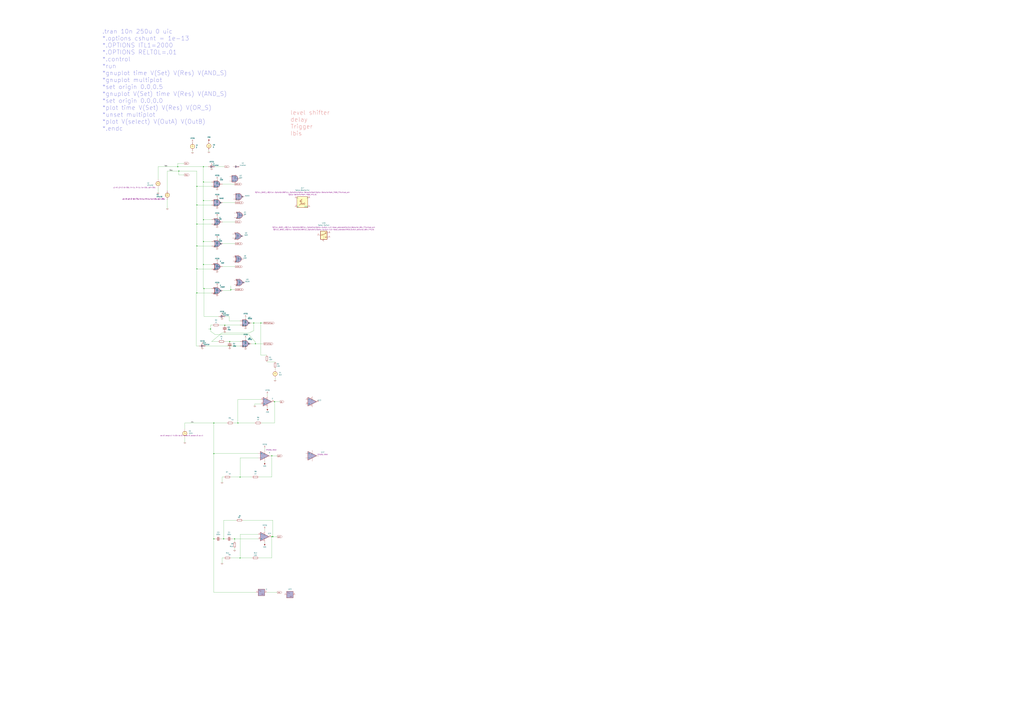
<source format=kicad_sch>
(kicad_sch (version 20230121) (generator eeschema)
  (paper "A0")
  (junction (at 228.6 216.535))
  (junction (at 267.97 336.55))
  (junction (at 236.22 211.455))
  (junction (at 228.6 238.125))
  (junction (at 266.7 396.875))
  (junction (at 248.285 491.49))
  (junction (at 316.865 623.57))
  (junction (at 244.475 382.27))
  (junction (at 236.22 280.67))
  (junction (at 296.545 399.415))
  (junction (at 228.6 285.75))
  (junction (at 236.22 233.045))
  (junction (at 318.77 466.725))
  (junction (at 206.375 193.675))
  (junction (at 315.595 529.59))
  (junction (at 278.765 648.335))
  (junction (at 248.285 527.05))
  (junction (at 207.645 198.755))
  (junction (at 236.22 193.675))
  (junction (at 276.225 491.49))
  (junction (at 315.595 623.57))
  (junction (at 272.415 626.11))
  (junction (at 302.895 375.285))
  (junction (at 278.765 554.355))
  (junction (at 228.6 312.42))
  (junction (at 228.6 340.36))
  (junction (at 260.985 377.825))
  (junction (at 236.855 335.28))
  (junction (at 294.64 375.285))
  (junction (at 236.22 307.34))
  (junction (at 259.715 626.11))
  (junction (at 248.285 626.11))
  (junction (at 228.6 260.35))
  (junction (at 236.22 255.27))
  (wire (pts (xy 249.555 388.62) (xy 288.925 388.62)))
  (wire (pts (xy 236.22 193.675) (xy 241.935 193.675)))
  (wire (pts (xy 307.34 614.68) (xy 307.34 617.22)))
  (wire (pts (xy 194.31 198.755) (xy 194.31 221.615)))
  (wire (pts (xy 278.765 621.03) (xy 278.765 648.335)))
  (wire (pts (xy 302.895 375.285) (xy 306.07 375.285)))
  (wire (pts (xy 278.765 621.03) (xy 299.72 621.03)))
  (wire (pts (xy 245.745 233.045) (xy 236.22 233.045)))
  (wire (pts (xy 245.745 194.945) (xy 245.745 196.215)))
  (wire (pts (xy 252.095 240.665) (xy 252.095 241.3)))
  (wire (pts (xy 262.255 626.11) (xy 259.715 626.11)))
  (wire (pts (xy 252.095 288.29) (xy 252.095 288.925)))
  (wire (pts (xy 234.95 403.225) (xy 234.95 404.495)))
  (wire (pts (xy 214.63 491.49) (xy 214.63 498.475)))
  (wire (pts (xy 300.355 648.335) (xy 315.595 648.335)))
  (wire (pts (xy 214.63 508.635) (xy 214.63 514.35)))
  (wire (pts (xy 236.22 280.67) (xy 236.22 307.34)))
  (wire (pts (xy 272.415 636.905) (xy 272.415 639.445)))
  (wire (pts (xy 314.96 623.57) (xy 315.595 623.57)))
  (wire (pts (xy 272.415 626.11) (xy 269.875 626.11)))
  (wire (pts (xy 266.065 372.745) (xy 278.765 372.745)))
  (wire (pts (xy 244.475 377.825) (xy 244.475 382.27)))
  (wire (pts (xy 252.095 262.89) (xy 252.095 263.525)))
  (wire (pts (xy 258.445 257.81) (xy 273.05 257.81)))
  (wire (pts (xy 319.405 439.42) (xy 319.405 441.96)))
  (wire (pts (xy 244.475 382.27) (xy 244.475 384.81)))
  (wire (pts (xy 296.545 399.415) (xy 306.07 399.415)))
  (wire (pts (xy 274.32 604.52) (xy 259.715 604.52)))
  (wire (pts (xy 206.375 193.675) (xy 236.22 193.675)))
  (wire (pts (xy 302.895 469.265) (xy 295.91 469.265)))
  (wire (pts (xy 257.81 648.335) (xy 257.81 654.685)))
  (wire (pts (xy 315.595 623.57) (xy 316.865 623.57)))
  (wire (pts (xy 291.465 375.285) (xy 294.64 375.285)))
  (wire (pts (xy 278.765 554.355) (xy 292.735 554.355)))
  (wire (pts (xy 276.225 464.185) (xy 276.225 491.49)))
  (wire (pts (xy 245.745 307.34) (xy 236.22 307.34)))
  (wire (pts (xy 258.445 213.995) (xy 272.415 213.995)))
  (wire (pts (xy 267.97 332.105) (xy 267.97 336.55)))
  (wire (pts (xy 278.765 532.13) (xy 278.765 554.355)))
  (wire (pts (xy 316.865 604.52) (xy 316.865 623.57)))
  (wire (pts (xy 252.095 304.165) (xy 252.095 304.8)))
  (wire (pts (xy 236.22 255.27) (xy 236.22 233.045)))
  (wire (pts (xy 245.745 312.42) (xy 228.6 312.42)))
  (wire (pts (xy 249.555 193.675) (xy 260.985 193.675)))
  (wire (pts (xy 228.6 216.535) (xy 228.6 198.755)))
  (wire (pts (xy 252.095 229.87) (xy 252.095 230.505)))
  (wire (pts (xy 310.515 457.835) (xy 310.515 460.375)))
  (wire (pts (xy 244.475 377.825) (xy 247.015 377.825)))
  (wire (pts (xy 228.6 285.75) (xy 245.745 285.75)))
  (wire (pts (xy 309.88 420.37) (xy 319.405 420.37)))
  (wire (pts (xy 254.635 377.825) (xy 260.985 377.825)))
  (wire (pts (xy 194.31 198.755) (xy 207.645 198.755)))
  (wire (pts (xy 276.225 491.49) (xy 295.91 491.49)))
  (wire (pts (xy 258.445 309.88) (xy 273.05 309.88)))
  (wire (pts (xy 318.77 466.725) (xy 325.12 466.725)))
  (wire (pts (xy 295.91 469.265) (xy 295.91 471.805)))
  (wire (pts (xy 252.095 219.075) (xy 252.095 219.71)))
  (wire (pts (xy 289.56 386.715) (xy 294.64 384.175)))
  (wire (pts (xy 238.76 401.955) (xy 278.765 401.955)))
  (wire (pts (xy 245.745 340.36) (xy 228.6 340.36)))
  (wire (pts (xy 267.97 336.55) (xy 273.05 336.55)))
  (wire (pts (xy 310.515 473.075) (xy 310.515 474.345)))
  (wire (pts (xy 228.6 238.125) (xy 228.6 260.35)))
  (wire (pts (xy 299.72 532.13) (xy 278.765 532.13)))
  (wire (pts (xy 318.77 466.725) (xy 318.77 491.49)))
  (wire (pts (xy 206.375 189.865) (xy 213.995 189.865)))
  (wire (pts (xy 227.965 401.955) (xy 231.14 401.955)))
  (wire (pts (xy 252.095 208.28) (xy 252.095 208.915)))
  (wire (pts (xy 252.095 314.96) (xy 252.095 315.595)))
  (wire (pts (xy 252.095 276.86) (xy 252.095 278.13)))
  (wire (pts (xy 315.595 529.59) (xy 321.945 529.59)))
  (wire (pts (xy 309.88 688.34) (xy 321.945 688.34)))
  (wire (pts (xy 259.715 626.11) (xy 257.175 626.11)))
  (wire (pts (xy 245.745 396.875) (xy 253.365 396.875)))
  (wire (pts (xy 206.375 189.865) (xy 206.375 193.675)))
  (wire (pts (xy 271.145 491.49) (xy 276.225 491.49)))
  (wire (pts (xy 266.7 396.875) (xy 278.765 396.875)))
  (wire (pts (xy 285.115 393.065) (xy 285.115 394.335)))
  (wire (pts (xy 236.22 280.67) (xy 245.745 280.67)))
  (wire (pts (xy 249.555 626.11) (xy 248.285 626.11)))
  (wire (pts (xy 267.97 648.335) (xy 278.765 648.335)))
  (wire (pts (xy 291.465 399.415) (xy 296.545 399.415)))
  (wire (pts (xy 259.715 604.52) (xy 259.715 626.11)))
  (wire (pts (xy 260.985 377.825) (xy 278.765 377.825)))
  (wire (pts (xy 236.22 211.455) (xy 245.745 211.455)))
  (wire (pts (xy 252.095 332.105) (xy 252.095 332.74)))
  (wire (pts (xy 318.135 466.725) (xy 318.77 466.725)))
  (wire (pts (xy 236.22 255.27) (xy 236.22 280.67)))
  (wire (pts (xy 257.81 554.355) (xy 257.81 560.705)))
  (wire (pts (xy 257.81 368.935) (xy 257.81 370.205)))
  (wire (pts (xy 307.34 535.94) (xy 307.34 537.21)))
  (wire (pts (xy 236.22 193.675) (xy 236.22 211.455)))
  (wire (pts (xy 227.965 340.36) (xy 228.6 340.36)))
  (wire (pts (xy 236.855 335.28) (xy 236.22 335.28)))
  (wire (pts (xy 314.96 529.59) (xy 315.595 529.59)))
  (wire (pts (xy 183.515 193.675) (xy 206.375 193.675)))
  (wire (pts (xy 316.865 623.57) (xy 321.945 623.57)))
  (wire (pts (xy 248.285 688.34) (xy 248.285 626.11)))
  (wire (pts (xy 183.515 193.675) (xy 183.515 208.28)))
  (wire (pts (xy 285.115 368.935) (xy 285.115 370.205)))
  (wire (pts (xy 281.94 604.52) (xy 316.865 604.52)))
  (wire (pts (xy 294.64 384.175) (xy 294.64 375.285)))
  (wire (pts (xy 257.81 386.715) (xy 289.56 386.715)))
  (wire (pts (xy 261.62 367.665) (xy 266.065 367.665)))
  (wire (pts (xy 227.965 340.36) (xy 227.965 401.955)))
  (wire (pts (xy 245.745 255.27) (xy 236.22 255.27)))
  (wire (pts (xy 297.18 688.34) (xy 248.285 688.34)))
  (wire (pts (xy 260.35 554.355) (xy 257.81 554.355)))
  (wire (pts (xy 248.285 491.49) (xy 248.285 527.05)))
  (wire (pts (xy 294.64 375.285) (xy 302.895 375.285)))
  (wire (pts (xy 309.88 412.75) (xy 302.895 412.75)))
  (wire (pts (xy 296.545 397.51) (xy 288.925 388.62)))
  (wire (pts (xy 267.97 337.82) (xy 267.97 336.55)))
  (wire (pts (xy 258.445 337.82) (xy 267.97 337.82)))
  (wire (pts (xy 302.895 412.75) (xy 302.895 375.285)))
  (wire (pts (xy 236.855 367.665) (xy 254 367.665)))
  (wire (pts (xy 276.225 464.185) (xy 302.895 464.185)))
  (wire (pts (xy 228.6 260.35) (xy 228.6 285.75)))
  (wire (pts (xy 315.595 623.57) (xy 315.595 648.335)))
  (wire (pts (xy 315.595 529.59) (xy 315.595 554.355)))
  (wire (pts (xy 299.72 626.11) (xy 272.415 626.11)))
  (wire (pts (xy 303.53 491.49) (xy 318.77 491.49)))
  (wire (pts (xy 319.405 427.99) (xy 319.405 429.26)))
  (wire (pts (xy 194.31 231.775) (xy 194.31 242.57)))
  (wire (pts (xy 272.415 626.11) (xy 272.415 629.285)))
  (wire (pts (xy 228.6 216.535) (xy 245.745 216.535)))
  (wire (pts (xy 245.745 238.125) (xy 228.6 238.125)))
  (wire (pts (xy 248.285 527.05) (xy 299.72 527.05)))
  (wire (pts (xy 248.285 527.05) (xy 248.285 626.11)))
  (wire (pts (xy 249.555 388.62) (xy 244.475 384.81)))
  (wire (pts (xy 307.34 520.7) (xy 307.34 523.24)))
  (wire (pts (xy 207.645 198.755) (xy 228.6 198.755)))
  (wire (pts (xy 236.22 307.34) (xy 236.22 335.28)))
  (wire (pts (xy 228.6 285.75) (xy 228.6 312.42)))
  (wire (pts (xy 228.6 238.125) (xy 228.6 216.535)))
  (wire (pts (xy 248.285 491.49) (xy 263.525 491.49)))
  (wire (pts (xy 245.745 335.28) (xy 236.855 335.28)))
  (wire (pts (xy 236.855 335.28) (xy 236.855 367.665)))
  (wire (pts (xy 241.935 382.27) (xy 244.475 382.27)))
  (wire (pts (xy 267.97 554.355) (xy 278.765 554.355)))
  (wire (pts (xy 278.765 648.335) (xy 292.735 648.335)))
  (wire (pts (xy 213.995 203.2) (xy 207.645 203.2)))
  (wire (pts (xy 285.115 404.495) (xy 285.115 405.13)))
  (wire (pts (xy 252.095 251.46) (xy 252.095 252.73)))
  (wire (pts (xy 245.745 260.35) (xy 228.6 260.35)))
  (wire (pts (xy 266.065 367.665) (xy 266.065 372.745)))
  (wire (pts (xy 307.34 629.92) (xy 307.34 631.19)))
  (wire (pts (xy 242.57 176.53) (xy 242.57 174.625)))
  (wire (pts (xy 296.545 397.51) (xy 296.545 399.415)))
  (wire (pts (xy 207.645 203.2) (xy 207.645 198.755)))
  (wire (pts (xy 258.445 283.21) (xy 273.05 283.21)))
  (wire (pts (xy 214.63 491.49) (xy 248.285 491.49)))
  (wire (pts (xy 300.355 554.355) (xy 315.595 554.355)))
  (wire (pts (xy 260.35 648.335) (xy 257.81 648.335)))
  (wire (pts (xy 223.52 177.165) (xy 223.52 175.26)))
  (wire (pts (xy 285.115 380.365) (xy 285.115 381)))
  (wire (pts (xy 228.6 312.42) (xy 228.6 340.36)))
  (wire (pts (xy 236.22 233.045) (xy 236.22 211.455)))
  (wire (pts (xy 258.445 235.585) (xy 273.05 235.585)))
  (wire (pts (xy 260.985 396.875) (xy 266.7 396.875)))
  (wire (pts (xy 245.745 396.875) (xy 257.81 386.715)))
  (wire (pts (xy 183.515 218.44) (xy 183.515 224.155)))
  (text ".tran 10n 250u 0 uic\n*.options cshunt = 1e-13\n*.OPTIONS ITL1=2000\n*.OPTIONS RELTOL=.01\n*.control\n*run\n*gnuplot time V(Set) V(Res) V(AND_S)\n*gnuplot multiplot\n*set origin 0.0,0.5\n*gnuplot V(Set) time V(Res) V(AND_S)\n*set origin 0.0,0.0\n*plot time V(Set) V(Res) V(OR_S)\n*unset multiplot\n*plot V(select) V(OutA) V(OutB)\n*.endc" (at 118.745 152.4 0) (effects (font (size 5.0038 5.0038)) (justify left bottom)))
  (text "level shifter\ndelay\nTrigger\nIbis" (at 337.185 158.115 0) (effects (font (size 5 5)) (justify left bottom)))
  (label "Set" (at 191.135 193.675 0))
  (label "Vin" (at 221.615 491.49 0))
  (label "Res" (at 196.85 198.755 0))
  (global_label "XNOR_S" (shape output) (at 273.05 336.55 0) (property "Intersheetrefs" "${INTERSHEET_REFS}" (effects hide)))
  (global_label "gs" (shape output) (at 325.12 466.725 0) (property "Intersheetrefs" "${INTERSHEET_REFS}" (effects hide)))
  (global_label "XOR_S" (shape output) (at 273.05 309.88 0) (property "Intersheetrefs" "${INTERSHEET_REFS}" (effects hide)))
  (global_label "gs2" (shape output) (at 321.945 529.59 0) (property "Intersheetrefs" "${INTERSHEET_REFS}" (effects hide)))
  (global_label "gs3" (shape output) (at 321.945 623.57 0) (property "Intersheetrefs" "${INTERSHEET_REFS}" (effects hide)))
  (global_label "QFlipflop" (shape output) (at 306.07 399.415 0) (property "Intersheetrefs" "${INTERSHEET_REFS}" (effects hide)))
  (global_label "Res" (shape output) (at 213.995 203.2 0) (property "Intersheetrefs" "${INTERSHEET_REFS}" (effects hide)))
  (global_label "AND_S" (shape output) (at 272.415 213.995 0) (property "Intersheetrefs" "${INTERSHEET_REFS}" (effects hide)))
  (global_label "NOR_S" (shape output) (at 273.05 283.21 0) (property "Intersheetrefs" "${INTERSHEET_REFS}" (effects hide)))
  (global_label "Set" (shape output) (at 213.995 189.865 0) (property "Intersheetrefs" "${INTERSHEET_REFS}" (effects hide)))
  (global_label "OR_S" (shape output) (at 273.05 257.81 0) (property "Intersheetrefs" "${INTERSHEET_REFS}" (effects hide)))
  (global_label "RSFlipFlop" (shape output) (at 306.07 375.285 0) (property "Intersheetrefs" "${INTERSHEET_REFS}" (effects hide)))
  (global_label "rec" (shape output) (at 321.945 688.34 0) (property "Intersheetrefs" "${INTERSHEET_REFS}" (effects hide)))
  (global_label "Inv" (shape output) (at 260.985 193.675 0) (property "Intersheetrefs" "${INTERSHEET_REFS}" (effects hide)))
  (global_label "NAND_S" (shape output) (at 273.05 235.585 0) (property "Intersheetrefs" "${INTERSHEET_REFS}" (effects hide)))
  (symbol (lib_id "Switch_Behavior_003_TFN-rescue:0-pspice") (at 252.095 241.3 0) (unit 1)
    (property "Reference" "#GND05" (effects hide))
    (property "Value" "0" (effects hide))
  )
  (symbol (lib_id "Switch_Behavior_003_TFN-rescue:0-pspice") (at 260.985 385.445 0) (unit 1)
    (property "Reference" "#GND017" (effects hide))
    (property "Value" "0" (effects hide))
  )
  (symbol (lib_id "Simulation_SPICE:VDC") (at 223.52 170.18 0) (unit 1)
    (property "Reference" "V1" (at 227.33 168.7802 0) (effects (justify left)))
    (property "Value" "3" (at 227.33 171.3202 0) (effects (justify left)))
    (property "Sim.Pins" "1=+ 2=-" (effects hide))
    (property "Sim.Type" "DC" (effects hide))
    (property "Sim.Device" "V" (effects hide))
  )
  (symbol (lib_id "Device:R") (at 264.16 554.355 90) (unit 1)
    (property "Reference" "R7" (at 262.255 548.64 90) (effects (justify right)))
    (property "Value" "1K" (at 265.43 550.545 90) (effects (justify right)))
  )
  (symbol (lib_id "Device:R") (at 296.545 648.335 90) (unit 1)
    (property "Reference" "R12" (at 296.545 642.62 90))
    (property "Value" "10K" (at 296.545 645.16 90))
  )
  (symbol (lib_id "Device:R") (at 296.545 554.355 90) (unit 1)
    (property "Reference" "R8" (at 296.545 548.005 90))
    (property "Value" "1K" (at 296.545 550.545 90))
  )
  (symbol (lib_id "Simulation_SPICE:VDC") (at 242.57 169.545 180) (unit 1)
    (property "Reference" "V9" (at 247.015 168.4048 0) (effects (justify right)))
    (property "Value" "3" (at 247.015 170.9448 0) (effects (justify right)))
    (property "Sim.Pins" "1=+ 2=-" (effects hide))
    (property "Sim.Type" "DC" (effects hide))
    (property "Sim.Device" "V" (effects hide))
  )
  (symbol (lib_id "Device:R") (at 299.72 491.49 90) (unit 1)
    (property "Reference" "R6" (at 299.72 485.14 90))
    (property "Value" "1K" (at 299.72 487.68 90))
  )
  (symbol (lib_id "power:VCCQ") (at 252.095 276.86 0) (unit 1)
    (property "Reference" "#PWR010" (effects hide))
    (property "Value" "VCCQ" (at 252.095 273.05 0))
  )
  (symbol (lib_name "74LS86_4") (lib_id "74xx:74LS86") (at 252.095 337.82 0) (unit 1)
    (property "Reference" "U" (at 255.905 331.47 0))
    (property "Value" "XNOR" (at 258.4041 333.5023 0))
    (property "Sim.Library" "D:\\0000_ProSync\\999-Activetronics_Resources\\Activetronics_Kicad_lib\\Activetronics_lib\\Activetronics_spice\\A-SIM_BASE_PLL_4046Activetronics\\05-D-Flip-Flop\\MOD_NXOR_Activetronics_001_TFN.lib" (effects hide))
    (property "Sim.Name" "XNOR_GATE" (effects hide))
    (property "Sim.Device" "SUBCKT" (effects hide))
    (property "Sim.Pins" "1=VCC 2=G 3=A 4=B 5=S" (effects hide))
  )
  (symbol (lib_id "Device:R") (at 319.405 424.18 0) (unit 1)
    (property "Reference" "R2" (at 321.31 422.91 0) (effects (justify left)))
    (property "Value" "10K" (at 321.31 425.45 0) (effects (justify left)))
  )
  (symbol (lib_id "Simulation_SPICE:VPULSE") (at 194.31 226.695 0) (unit 1)
    (property "Reference" "V3" (at 181.61 226.06 0) (effects (justify left)))
    (property "Value" "VPULSE" (at 181.61 228.6 0) (effects (justify left)))
    (property "Sim.Pins" "1=+ 2=-" (effects hide))
    (property "Sim.Type" "PULSE" (effects hide))
    (property "Sim.Device" "V" (effects hide))
    (property "Sim.Params" "y1=0 y2=3 td=75u tr=1u tf=1u tw=10u per=30u" (at 142.24 231.14 0) (effects (justify left)))
  )
  (symbol (lib_id "Device:C") (at 266.065 626.11 90) (unit 1)
    (property "Reference" "C4" (at 266.065 618.49 90))
    (property "Value" "100n" (at 266.065 621.03 90))
  )
  (symbol (lib_name "OPAMP_3") (lib_id "Simulation_SPICE:OPAMP") (at 310.515 466.725 0) (unit 1)
    (property "Reference" "U" (at 316.23 462.915 0))
    (property "Value" "${SIM.PARAMS}" (effects hide))
    (property "Sim.Library" "MOD_AmpOp_Ideal_Activetronics_004_TFN.lib" (effects hide))
    (property "Sim.Name" "AmpOp_Ideal" (effects hide))
    (property "Sim.Device" "SUBCKT" (effects hide))
    (property "Sim.Pins" "1=VCC 2=G 3=P 4=M 5=S" (effects hide))
  )
  (symbol (lib_id "power:VCCQ") (at 245.745 192.405 0) (unit 1)
    (property "Reference" "#PWR02" (effects hide))
    (property "Value" "VCCQ" (at 245.745 187.96 0))
  )
  (symbol (lib_id "power:VCCQ") (at 310.515 457.835 0) (unit 1)
    (property "Reference" "#PWR013" (effects hide))
    (property "Value" "VCCQ" (at 310.515 453.39 0))
  )
  (symbol (lib_id "power:VSS") (at 242.57 164.465 0) (unit 1)
    (property "Reference" "#PWR015" (effects hide))
    (property "Value" "VSS" (at 242.57 159.385 0))
  )
  (symbol (lib_name "74LS86_1") (lib_id "74xx:74LS86") (at 252.095 309.88 0) (unit 1)
    (property "Reference" "U" (at 255.905 303.53 0))
    (property "Value" "XOR" (at 258.4041 305.5623 0))
    (property "Sim.Library" "MOD_XOR_Activetronics_002_TFN.lib" (effects hide))
    (property "Sim.Name" "XOR_GATE" (effects hide))
    (property "Sim.Device" "SUBCKT" (effects hide))
    (property "Sim.Pins" "1=VCC 2=G 3=A 4=B 5=S" (effects hide))
  )
  (symbol (lib_id "power:VCCQ") (at 252.095 304.165 0) (unit 1)
    (property "Reference" "#PWR06" (effects hide))
    (property "Value" "VCCQ" (at 252.095 300.355 0))
  )
  (symbol (lib_id "Device:R") (at 264.16 648.335 90) (unit 1)
    (property "Reference" "R11" (at 262.255 642.62 90) (effects (justify right)))
    (property "Value" "6K" (at 265.43 644.525 90) (effects (justify right)))
  )
  (symbol (lib_id "power:VCCQ") (at 252.095 251.46 0) (unit 1)
    (property "Reference" "#PWR05" (effects hide))
    (property "Value" "VCCQ" (at 252.095 247.65 0))
  )
  (symbol (lib_id "Device:R") (at 250.825 377.825 90) (unit 1)
    (property "Reference" "R3" (at 250.825 372.11 90))
    (property "Value" "0" (at 250.825 374.65 90))
  )
  (symbol (lib_id "power:VSS") (at 307.34 537.21 180) (unit 1)
    (property "Reference" "#PWR017" (effects hide))
    (property "Value" "VSS" (at 307.34 541.655 0))
  )
  (symbol (lib_id "Device:R") (at 267.335 491.49 90) (unit 1)
    (property "Reference" "R5" (at 265.43 485.775 90) (effects (justify right)))
    (property "Value" "1K" (at 268.605 487.68 90) (effects (justify right)))
  )
  (symbol (lib_id "0x190FULL_SpiceOnly:XOR") (at 276.86 300.99 0) (unit 1)
    (property "Reference" "U6" (at 284.48 297.3421 0))
    (property "Value" "XOR" (at 284.48 299.8821 0))
    (property "Sim.Library" "MOD_XOR_Activetronics_002_TFN.lib" (effects hide))
    (property "Sim.Name" "XOR_GATE" (effects hide))
    (property "Sim.Device" "SUBCKT" (effects hide))
    (property "Sim.Pins" "1=VCC 2=G 3=A 4=B 5=S" (effects hide))
  )
  (symbol (lib_id "Switch_Behavior_003_TFN-rescue:0-pspice") (at 252.095 342.9 0) (unit 1)
    (property "Reference" "#GND010" (effects hide))
    (property "Value" "0" (effects hide))
  )
  (symbol (lib_id "Simulation_SPICE:VPULSE") (at 183.515 213.36 0) (unit 1)
    (property "Reference" "V2" (at 170.815 212.725 0) (effects (justify left)))
    (property "Value" "VPULSE" (at 170.815 215.265 0) (effects (justify left)))
    (property "Sim.Pins" "1=+ 2=-" (effects hide))
    (property "Sim.Type" "PULSE" (effects hide))
    (property "Sim.Device" "V" (effects hide))
    (property "Sim.Params" "y1=0 y2=3 td=50u tr=1u tf=1u tw=10u per=50u" (at 131.445 217.805 0) (effects (justify left)))
  )
  (symbol (lib_name "74LS86_3") (lib_id "74xx:74LS86") (at 252.095 257.81 0) (unit 1)
    (property "Reference" "U" (at 255.27 252.73 0))
    (property "Value" "OR" (at 255.905 254.635 0))
    (property "Sim.Library" "D:\\0000_ProSync\\999-Activetronics_Resources\\Activetronics_Kicad_lib\\Activetronics_lib\\Activetronics_spice\\A-SIM_BASE_PLL_4046Activetronics\\05-D-Flip-Flop\\MOD_OR_Activetronics_001_TFN.lib" (effects hide))
    (property "Sim.Name" "OR_GATE" (effects hide))
    (property "Sim.Device" "SUBCKT" (effects hide))
    (property "Sim.Pins" "1=VCC 2=G 3=A 4=B 5=S" (effects hide))
  )
  (symbol (lib_id "Switch_Behavior_003_TFN-rescue:0-pspice") (at 214.63 514.35 0) (unit 1)
    (property "Reference" "#GND019" (effects hide))
    (property "Value" "0" (effects hide))
  )
  (symbol (lib_id "Switch_Behavior_003_TFN-rescue:0-pspice") (at 295.91 471.805 0) (unit 1)
    (property "Reference" "#GND018" (effects hide))
    (property "Value" "0" (effects hide))
  )
  (symbol (lib_name "74LS86_6") (lib_id "74xx:74LS86") (at 257.81 367.665 0) (unit 1)
    (property "Reference" "U10" (at 260.2853 364.0303 0))
    (property "Value" "Inverter" (at 262.5297 365.9295 0))
    (property "Sim.Library" "D:\\0000_ProSync\\999-Activetronics_Resources\\Activetronics_Kicad_lib\\Activetronics_lib\\Activetronics_spice\\A-SIM_BASE_PLL_4046Activetronics\\05-D-Flip-Flop\\MOD_INV_Activetronics_001_TFN.lib" (effects hide))
    (property "Sim.Name" "INV_GATE" (effects hide))
    (property "Sim.Device" "SUBCKT" (effects hide))
    (property "Sim.Pins" "1=VCC 2=G 3=A 4=S" (effects hide))
  )
  (symbol (lib_id "Switch_Behavior_003_TFN-rescue:0-pspice") (at 272.415 639.445 0) (unit 1)
    (property "Reference" "#GND021" (effects hide))
    (property "Value" "0" (effects hide))
  )
  (symbol (lib_id "Device:R") (at 257.175 396.875 90) (unit 1)
    (property "Reference" "R4" (at 257.175 391.16 90))
    (property "Value" "0" (at 257.175 393.7 90))
  )
  (symbol (lib_id "Device:R") (at 278.13 604.52 270) (unit 1)
    (property "Reference" "R9" (at 278.765 601.345 90) (effects (justify right)))
    (property "Value" "8K" (at 280.035 599.44 90) (effects (justify right)))
  )
  (symbol (lib_id "Device:C") (at 253.365 626.11 90) (unit 1)
    (property "Reference" "C3" (at 253.365 618.49 90))
    (property "Value" "100n" (at 253.365 621.03 90))
  )
  (symbol (lib_id "Switch_Behavior_003_TFN-rescue:0-pspice") (at 257.81 654.685 0) (unit 1)
    (property "Reference" "#GND022" (effects hide))
    (property "Value" "0" (effects hide))
  )
  (symbol (lib_id "0x190FULL_SpiceOnly:NAND") (at 277.495 228.6 0) (unit 1)
    (property "Reference" "U3" (effects hide))
    (property "Value" "NAND" (at 287.02 227.4921 0))
    (property "Sim.Library" "D:\\0000_ProSync\\999-Activetronics_Resources\\Activetronics_Kicad_lib\\Activetronics_lib\\Activetronics_spice\\A-SIM_BASE_PLL_4046Activetronics\\05-D-Flip-Flop\\MOD_NANDgate_Activetronics_001_TFN.lib" (effects hide))
    (property "Sim.Name" "NANDgate" (effects hide))
    (property "Sim.Device" "SUBCKT" (effects hide))
    (property "Sim.Pins" "1=VCC 2=G 3=A 4=B 5=S" (effects hide))
  )
  (symbol (lib_id "power:VCCQ") (at 285.115 393.065 0) (unit 1)
    (property "Reference" "#PWR09" (effects hide))
    (property "Value" "VCCQ" (at 285.115 388.62 0))
  )
  (symbol (lib_id "power:VCCQ") (at 285.115 368.935 0) (unit 1)
    (property "Reference" "#PWR08" (effects hide))
    (property "Value" "VCCQ" (at 285.115 364.49 0))
  )
  (symbol (lib_name "74LS86_5") (lib_id "74xx:74LS86") (at 252.095 283.21 0) (unit 1)
    (property "Reference" "U" (at 255.27 278.13 0))
    (property "Value" "NOR" (at 255.905 280.035 0))
    (property "Sim.Library" "D:\\0000_ProSync\\999-Activetronics_Resources\\Activetronics_Kicad_lib\\Activetronics_lib\\Activetronics_spice\\A-SIM_BASE_PLL_4046Activetronics\\05-D-Flip-Flop\\MOD_OR_Activetronics_001_TFN.lib" (effects hide))
    (property "Sim.Name" "OR_GATE" (effects hide))
    (property "Sim.Device" "SUBCKT" (effects hide))
    (property "Sim.Pins" "1=VCC 2=G 3=A 4=B 5=S" (effects hide))
  )
  (symbol (lib_id "Switch_Behavior_003_TFN-rescue:0-pspice") (at 257.81 370.205 0) (unit 1)
    (property "Reference" "#GND014" (effects hide))
    (property "Value" "0" (effects hide))
  )
  (symbol (lib_id "Switch_Behavior_003_TFN-rescue:0-pspice") (at 252.095 288.925 0) (unit 1)
    (property "Reference" "#GND013" (effects hide))
    (property "Value" "0" (effects hide))
  )
  (symbol (lib_id "power:VCCQ") (at 307.34 614.68 0) (unit 1)
    (property "Reference" "#PWR018" (effects hide))
    (property "Value" "VCCQ" (at 307.34 610.235 0))
  )
  (symbol (lib_id "power:VCCQ") (at 257.81 366.395 0) (unit 1)
    (property "Reference" "#PWR011" (effects hide))
    (property "Value" "VCCQ" (at 257.81 361.95 0))
  )
  (symbol (lib_id "power:VCCQ") (at 252.095 332.105 0) (unit 1)
    (property "Reference" "#PWR07" (effects hide))
    (property "Value" "VCCQ" (at 252.095 328.295 0))
  )
  (symbol (lib_id "Switch_Behavior_003_TFN-rescue:0-pspice") (at 266.7 404.495 0) (unit 1)
    (property "Reference" "#GND016" (effects hide))
    (property "Value" "0" (effects hide))
  )
  (symbol (lib_id "Switch_Behavior_003_TFN-rescue:0-pspice") (at 285.115 405.13 0) (unit 1)
    (property "Reference" "#GND012" (effects hide))
    (property "Value" "0" (effects hide))
  )
  (symbol (lib_id "Switch_Behavior_003_TFN-rescue:0-pspice") (at 252.095 263.525 0) (unit 1)
    (property "Reference" "#GND07" (effects hide))
    (property "Value" "0" (effects hide))
  )
  (symbol (lib_id "Simulation_SPICE:VDC") (at 319.405 434.34 0) (unit 1)
    (property "Reference" "V4" (at 323.85 432.9402 0) (effects (justify left)))
    (property "Value" "0.5" (at 323.85 435.4802 0) (effects (justify left)))
    (property "Sim.Pins" "1=+ 2=-" (effects hide))
    (property "Sim.Type" "DC" (effects hide))
    (property "Sim.Device" "V" (effects hide))
  )
  (symbol (lib_id "0x190FULL_SpiceOnly:XNOR") (at 278.13 328.295 0) (unit 1)
    (property "Reference" "U9" (at 287.02 324.6471 0))
    (property "Value" "XNOR" (at 287.02 327.1871 0))
    (property "Sim.Library" "D:\\0000_ProSync\\999-Activetronics_Resources\\Activetronics_Kicad_lib\\Activetronics_lib\\Activetronics_spice\\A-SIM_BASE_PLL_4046Activetronics\\05-D-Flip-Flop\\MOD_NXOR_Activetronics_001_TFN.lib" (effects hide))
    (property "Sim.Name" "XNOR_GATE" (effects hide))
    (property "Sim.Device" "SUBCKT" (effects hide))
    (property "Sim.Pins" "1=VCC 2=G 3=A 4=B 5=S" (effects hide))
  )
  (symbol (lib_id "Simulation_SPICE:VSIN") (at 214.63 503.555 0) (unit 1)
    (property "Reference" "V5" (at 219.075 500.8852 0) (effects (justify left)))
    (property "Value" "VSIN" (at 219.075 503.4252 0) (effects (justify left)))
    (property "Sim.Pins" "1=+ 2=-" (effects hide))
    (property "Sim.Params" "dc=0 ampl=1 f=10k td=0 theta=0 phase=0 ac=1" (at 186.055 506.095 0) (effects (justify left)))
    (property "Sim.Type" "SIN" (effects hide))
    (property "Sim.Device" "V" (effects hide))
  )
  (symbol (lib_id "Switch_Behavior_003_TFN-rescue:0-pspice") (at 252.095 219.71 0) (unit 1)
    (property "Reference" "#GND03" (effects hide))
    (property "Value" "0" (effects hide))
  )
  (symbol (lib_name "74AUC2G08_3") (lib_id "74xGxx:74AUC2G08") (at 285.115 399.415 0) (unit 1)
    (property "Reference" "U8" (at 289.56 393.065 0))
    (property "Value" "NAND" (at 290.195 394.335 0))
    (property "Sim.Library" "D:\\0000_ProSync\\999-Activetronics_Resources\\Activetronics_Kicad_lib\\Activetronics_lib\\Activetronics_spice\\A-SIM_BASE_PLL_4046Activetronics\\05-D-Flip-Flop\\MOD_NANDgate_Activetronics_001_TFN.lib" (effects hide))
    (property "Sim.Name" "NANDgate" (effects hide))
    (property "Sim.Device" "SUBCKT" (effects hide))
    (property "Sim.Pins" "1=VCC 2=G 3=A 4=B 5=S" (effects hide))
  )
  (symbol (lib_id "0x190FULL_SpiceOnly:OR") (at 278.13 250.19 0) (unit 1)
    (property "Reference" "U4" (at 284.48 246.5421 0))
    (property "Value" "OR" (at 284.48 249.0821 0))
    (property "Sim.Library" "D:\\0000_ProSync\\999-Activetronics_Resources\\Activetronics_Kicad_lib\\Activetronics_lib\\Activetronics_spice\\A-SIM_BASE_PLL_4046Activetronics\\05-D-Flip-Flop\\MOD_OR_Activetronics_001_TFN.lib" (effects hide))
    (property "Sim.Name" "OR_GATE" (effects hide))
    (property "Sim.Device" "SUBCKT" (effects hide))
    (property "Sim.Pins" "1=VCC 2=G 3=A 4=B 5=S" (effects hide))
  )
  (symbol (lib_id "power:VCCQ") (at 252.095 229.87 0) (unit 1)
    (property "Reference" "#PWR04" (effects hide))
    (property "Value" "VCCQ" (at 252.095 226.06 0))
  )
  (symbol (lib_name "74AUC2G08_3") (lib_id "74xGxx:74AUC2G08") (at 285.115 375.285 0) (unit 1)
    (property "Reference" "U7" (at 289.56 368.935 0))
    (property "Value" "NAND" (at 290.195 370.205 0))
    (property "Sim.Library" "D:\\0000_ProSync\\999-Activetronics_Resources\\Activetronics_Kicad_lib\\Activetronics_lib\\Activetronics_spice\\A-SIM_BASE_PLL_4046Activetronics\\05-D-Flip-Flop\\MOD_NANDgate_Activetronics_001_TFN.lib" (effects hide))
    (property "Sim.Name" "NANDgate" (effects hide))
    (property "Sim.Device" "SUBCKT" (effects hide))
    (property "Sim.Pins" "1=VCC 2=G 3=A 4=B 5=S" (effects hide))
  )
  (symbol (lib_name "74LS86_2") (lib_id "74xx:74LS86") (at 245.745 193.675 0) (unit 1)
    (property "Reference" "U" (at 248.2203 190.0403 0))
    (property "Value" "Inverter" (at 250.4647 191.9395 0))
    (property "Sim.Library" "D:\\0000_ProSync\\999-Activetronics_Resources\\Activetronics_Kicad_lib\\Activetronics_lib\\Activetronics_spice\\A-SIM_BASE_PLL_4046Activetronics\\05-D-Flip-Flop\\MOD_INV_Activetronics_001_TFN.lib" (effects hide))
    (property "Sim.Name" "INV_GATE" (effects hide))
    (property "Sim.Device" "SUBCKT" (effects hide))
    (property "Sim.Pins" "1=VCC 2=G 3=A 4=S" (effects hide))
  )
  (symbol (lib_id "0x190FULL_SpiceOnly:Behavioral_Fonction_alterable") (at 351.155 234.95 0) (unit 1)
    (property "Reference" "U17" (at 351.155 218.44 0))
    (property "Value" "Spice_BeaviorFct" (at 351.155 220.98 0))
    (property "Datasheet" "${FULL_BASE_LIB}\\Full-Spice\\0x190FULL_SpiceOnly\\Spice-BehaviorMath\\Spice-BehaviorMath_T000_TFN.kicad_sch" (at 351.155 223.52 0))
    (property "Sim.Library" "Spice-BehaviorMath_T000_TFN.lib" (at 351.155 226.06 0))
    (property "Sim.Name" "Spice_Switch_1x2" (effects hide))
    (property "Sim.Device" "SUBCKT" (effects hide))
    (property "Sim.Pins" "1=1 2=2 3=3" (effects hide))
  )
  (symbol (lib_id "power:VSS") (at 307.34 631.19 180) (unit 1)
    (property "Reference" "#PWR019" (effects hide))
    (property "Value" "VSS" (at 307.34 635.635 0))
  )
  (symbol (lib_id "power:VCCQ") (at 307.34 520.7 0) (unit 1)
    (property "Reference" "#PWR016" (effects hide))
    (property "Value" "VCCQ" (at 307.34 516.255 0))
  )
  (symbol (lib_id "power:VCCQ") (at 223.52 165.1 0) (unit 1)
    (property "Reference" "#PWR01" (effects hide))
    (property "Value" "VCCQ" (at 223.52 160.655 0))
  )
  (symbol (lib_name "OPAMP_2") (lib_id "Simulation_SPICE:OPAMP") (at 303.53 688.34 0) (unit 1)
    (property "Reference" "U" (at 309.245 684.53 0))
    (property "Value" "${SIM.PARAMS}" (effects hide))
    (property "Sim.Library" "MOD_Rectifier_Full_Ideal_Activetronics_001_TFN.lib" (effects hide))
    (property "Sim.Name" "Rectifier_Full_Ideal" (effects hide))
    (property "Sim.Device" "SUBCKT" (effects hide))
    (property "Sim.Pins" "1=I 2=S" (effects hide))
  )
  (symbol (lib_id "Switch_Behavior_003_TFN-rescue:0-pspice") (at 183.515 224.155 0) (unit 1)
    (property "Reference" "#GND04" (effects hide))
    (property "Value" "0" (effects hide))
  )
  (symbol (lib_id "0x190FULL_SpiceOnly:NOR") (at 276.225 274.32 0) (unit 1)
    (property "Reference" "U5" (at 285.75 270.6721 0))
    (property "Value" "NOR" (at 285.75 273.2121 0))
    (property "Sim.Library" "D:\\0000_ProSync\\999-Activetronics_Resources\\Activetronics_Kicad_lib\\Activetronics_lib\\Activetronics_spice\\A-SIM_BASE_PLL_4046Activetronics\\05-D-Flip-Flop\\MOD_OR_Activetronics_001_TFN.lib" (effects hide))
    (property "Sim.Name" "OR_GATE" (effects hide))
    (property "Sim.Device" "SUBCKT" (effects hide))
    (property "Sim.Pins" "1=VCC 2=G 3=A 4=B 5=S" (effects hide))
  )
  (symbol (lib_id "0x190FULL_SpiceOnly:OPAMP_ideal_V-top") (at 362.585 466.725 0) (unit 1)
    (property "Reference" "U13" (at 370.84 465.0741 0))
    (property "Value" "${SIM.PARAMS}" (effects hide))
    (property "Sim.Library" "MOD_AmpOp_Ideal_Activetronics_004_TFN.lib" (effects hide))
    (property "Sim.Name" "AmpOp_Ideal" (effects hide))
    (property "Sim.Device" "SUBCKT" (effects hide))
    (property "Sim.Pins" "1=VCC 2=G 3=P 4=M 5=S" (effects hide))
  )
  (symbol (lib_name "OPAMP_1") (lib_id "Simulation_SPICE:OPAMP") (at 307.34 623.57 0) (unit 1)
    (property "Reference" "U14" (at 313.055 619.76 0))
    (property "Value" "${SIM.PARAMS}" (effects hide))
    (property "Sim.Library" "MOD_AmpOp_Ideal_Activetronics_004_TFN.lib" (effects hide))
    (property "Sim.Name" "AmpOp_Ideal" (effects hide))
    (property "Sim.Device" "SUBCKT" (effects hide))
    (property "Sim.Pins" "1=VCC 2=G 3=P 4=M 5=S" (effects hide))
  )
  (symbol (lib_id "Switch_Behavior_003_TFN-rescue:0-pspice") (at 242.57 176.53 0) (unit 1)
    (property "Reference" "#GND024" (effects hide))
    (property "Value" "0" (effects hide))
  )
  (symbol (lib_id "Device:C") (at 266.7 400.685 0) (unit 1)
    (property "Reference" "C1" (at 270.51 399.415 0) (effects (justify left)))
    (property "Value" "30p" (at 270.51 401.955 0) (effects (justify left)))
  )
  (symbol (lib_id "power:VSS") (at 310.515 474.345 180) (unit 1)
    (property "Reference" "#PWR014" (effects hide))
    (property "Value" "VSS" (at 310.515 478.79 0))
  )
  (symbol (lib_id "power:VCCQ") (at 252.095 208.28 0) (unit 1)
    (property "Reference" "#PWR03" (effects hide))
    (property "Value" "VCCQ" (at 252.095 203.835 0))
  )
  (symbol (lib_name "74AUC2G08_2") (lib_id "74xGxx:74AUC2G08") (at 252.095 213.995 0) (unit 1)
    (property "Reference" "U" (at 256.54 207.01 0))
    (property "Value" "AND" (at 257.175 208.915 0))
    (property "Sim.Library" "MOD_ANDgate_Activetronics_001_TFN.lib" (effects hide))
    (property "Sim.Name" "ANDgate" (effects hide))
    (property "Sim.Device" "SUBCKT" (effects hide))
    (property "Sim.Pins" "1=VCC 2=G 3=A 4=B 5=S" (effects hide))
  )
  (symbol (lib_id "0x190FULL_SpiceOnly:INVERTER") (at 274.32 193.675 0) (unit 1)
    (property "Reference" "U1" (at 281.94 189.4841 0))
    (property "Value" "Inverter" (at 281.94 192.0241 0))
    (property "Sim.Library" "D:\\0000_ProSync\\999-Activetronics_Resources\\Activetronics_Kicad_lib\\Activetronics_lib\\Activetronics_spice\\A-SIM_BASE_PLL_4046Activetronics\\05-D-Flip-Flop\\MOD_INV_Activetronics_001_TFN.lib" (effects hide))
    (property "Sim.Name" "INV_GATE" (effects hide))
    (property "Sim.Device" "SUBCKT" (effects hide))
    (property "Sim.Pins" "1=VCC 2=G 3=A 4=S" (effects hide))
  )
  (symbol (lib_name "74LS86_6") (lib_id "74xx:74LS86") (at 234.95 401.955 0) (unit 1)
    (property "Reference" "U11" (at 237.4253 398.3203 0))
    (property "Value" "Inverter" (at 239.6697 400.2195 0))
    (property "Sim.Library" "D:\\0000_ProSync\\999-Activetronics_Resources\\Activetronics_Kicad_lib\\Activetronics_lib\\Activetronics_spice\\A-SIM_BASE_PLL_4046Activetronics\\05-D-Flip-Flop\\MOD_INV_Activetronics_001_TFN.lib" (effects hide))
    (property "Sim.Name" "INV_GATE" (effects hide))
    (property "Sim.Device" "SUBCKT" (effects hide))
    (property "Sim.Pins" "1=VCC 2=G 3=A 4=S" (effects hide))
  )
  (symbol (lib_name "74AUC2G08_4") (lib_id "74xGxx:74AUC2G08") (at 252.095 235.585 0) (unit 1)
    (property "Reference" "U" (effects hide))
    (property "Value" "NAND" (at 257.175 230.505 0))
    (property "Sim.Library" "D:\\0000_ProSync\\999-Activetronics_Resources\\Activetronics_Kicad_lib\\Activetronics_lib\\Activetronics_spice\\A-SIM_BASE_PLL_4046Activetronics\\05-D-Flip-Flop\\MOD_NANDgate_Activetronics_001_TFN.lib" (effects hide))
    (property "Sim.Name" "NANDgate" (effects hide))
    (property "Sim.Device" "SUBCKT" (effects hide))
    (property "Sim.Pins" "1=VCC 2=G 3=A 4=B 5=S" (effects hide))
  )
  (symbol (lib_id "0x190FULL_SpiceOnly:OPAMP_ideal_V+top") (at 362.585 529.59 0) (unit 1)
    (property "Reference" "U12" (at 374.65 525.3991 0))
    (property "Value" "${SIM.PARAMS}" (effects hide))
    (property "Sim.Pins" "1=VCC 2=G 3=P 4=M 5=S" (effects hide))
    (property "Sim.Device" "SUBCKT" (effects hide))
    (property "Sim.Library" "MOD_AmpOp_Ideal_Activetronics_004_TFN.lib" (effects hide))
    (property "Sim.Name" "AmpOp_Ideal" (at 374.65 527.9391 0))
  )
  (symbol (lib_id "Switch_Behavior_003_TFN-rescue:0-pspice") (at 319.405 441.96 0) (unit 1)
    (property "Reference" "#GND08" (effects hide))
    (property "Value" "0" (effects hide))
  )
  (symbol (lib_id "Device:C") (at 260.985 381.635 0) (unit 1)
    (property "Reference" "C2" (at 264.16 380.365 0) (effects (justify left)))
    (property "Value" "10p" (at 264.16 382.905 0) (effects (justify left)))
  )
  (symbol (lib_id "Switch_Behavior_003_TFN-rescue:0-pspice") (at 234.95 404.495 0) (unit 1)
    (property "Reference" "#GND015" (effects hide))
    (property "Value" "0" (effects hide))
  )
  (symbol (lib_id "0x190FULL_SpiceOnly:AND") (at 273.05 207.645 0) (unit 1)
    (property "Reference" "U2" (at 279.4 203.9971 0))
    (property "Value" "AND" (at 279.4 206.5371 0))
    (property "Sim.Library" "MOD_ANDgate_Activetronics_001_TFN.lib" (effects hide))
    (property "Sim.Name" "ANDgate" (effects hide))
    (property "Sim.Device" "SUBCKT" (effects hide))
    (property "Sim.Pins" "1=VCC 2=G 3=A 4=B 5=S" (effects hide))
  )
  (symbol (lib_id "Switch_Behavior_003_TFN-rescue:0-pspice") (at 245.745 196.215 0) (unit 1)
    (property "Reference" "#GND02" (effects hide))
    (property "Value" "0" (effects hide))
  )
  (symbol (lib_id "Device:R") (at 272.415 633.095 180) (unit 1)
    (property "Reference" "R10" (at 266.7 635 0) (effects (justify right)))
    (property "Value" "8K" (at 268.605 631.825 0) (effects (justify right)))
  )
  (symbol (lib_id "Switch_Behavior_003_TFN-rescue:0-pspice") (at 285.115 381 0) (unit 1)
    (property "Reference" "#GND011" (effects hide))
    (property "Value" "0" (effects hide))
  )
  (symbol (lib_id "Switch_Behavior_003_TFN-rescue:0-pspice") (at 252.095 315.595 0) (unit 1)
    (property "Reference" "#GND09" (effects hide))
    (property "Value" "0" (effects hide))
  )
  (symbol (lib_id "Switch_Behavior_003_TFN-rescue:0-pspice") (at 223.52 177.165 0) (unit 1)
    (property "Reference" "#GND01" (effects hide))
    (property "Value" "0" (effects hide))
  )
  (symbol (lib_id "power:VCCQ") (at 234.95 400.685 0) (unit 1)
    (property "Reference" "#PWR012" (effects hide))
    (property "Value" "VCCQ" (at 234.95 396.24 0))
  )
  (symbol (lib_id "Switch_Behavior_003_TFN-rescue:0-pspice") (at 194.31 242.57 0) (unit 1)
    (property "Reference" "#GND06" (effects hide))
    (property "Value" "0" (effects hide))
  )
  (symbol (lib_id "Simulation_SPICE:OPAMP") (at 307.34 529.59 0) (unit 1)
    (property "Reference" "U" (at 313.055 525.78 0))
    (property "Value" "${SIM.PARAMS}" (effects hide))
    (property "Sim.Pins" "1=VCC 2=G 3=P 4=M 5=S" (effects hide))
    (property "Sim.Device" "SUBCKT" (effects hide))
    (property "Sim.Library" "MOD_AmpOp_Ideal_Activetronics_004_TFN.lib" (effects hide))
    (property "Sim.Name" "AmpOp_Ideal" (at 314.96 522.605 0))
  )
  (symbol (lib_id "0x190FULL_SpiceOnly:Spice-Switch-1x2-ideal_alterable") (at 375.92 270.51 0) (unit 1)
    (property "Reference" "U16" (at 375.92 259.08 0))
    (property "Value" "Spice-Switch" (at 375.92 261.62 0))
    (property "Datasheet" "${FULL_BASE_LIB}\\Full-Spice\\0x190FULL_SpiceOnly\\Spice-Switch-1x2-ideal_alterable\\Switch_Behavior_004_TFN.kicad_sch" (at 375.92 264.16 0))
    (property "Sim.Library" "${FULL_BASE_LIB}\\Full-Spice\\0x190FULL_SpiceOnly\\Spice-Switch-1x2-ideal_alterable\\MOD_Switch_behavior_004_TFN.lib" (at 375.92 266.7 0))
    (property "Sim.Name" "Spice_Switch_1x2" (effects hide))
    (property "Sim.Device" "SUBCKT" (effects hide))
    (property "Sim.Pins" "1=1 2=2 3=3 4=4" (effects hide))
  )
  (symbol (lib_id "Device:R") (at 309.88 416.56 0) (unit 1)
    (property "Reference" "R1" (at 312.42 415.29 0) (effects (justify left)))
    (property "Value" "10K" (at 312.42 417.83 0) (effects (justify left)))
  )
  (symbol (lib_id "Switch_Behavior_003_TFN-rescue:0-pspice") (at 257.81 560.705 0) (unit 1)
    (property "Reference" "#GND020" (effects hide))
    (property "Value" "0" (effects hide))
  )
  (symbol (lib_id "0x190FULL_SpiceOnly:RECTIFIER") (at 336.55 690.88 0) (unit 1)
    (property "Reference" "U15" (at 336.55 684.53 0))
    (property "Value" "${SIM.PARAMS}" (effects hide))
    (property "Sim.Library" "MOD_Rectifier_Full_Ideal_Activetronics_001_TFN.lib" (effects hide))
    (property "Sim.Name" "Rectifier_Full_Ideal" (effects hide))
    (property "Sim.Device" "SUBCKT" (effects hide))
    (property "Sim.Pins" "1=I 2=S" (effects hide))
  )
)
</source>
